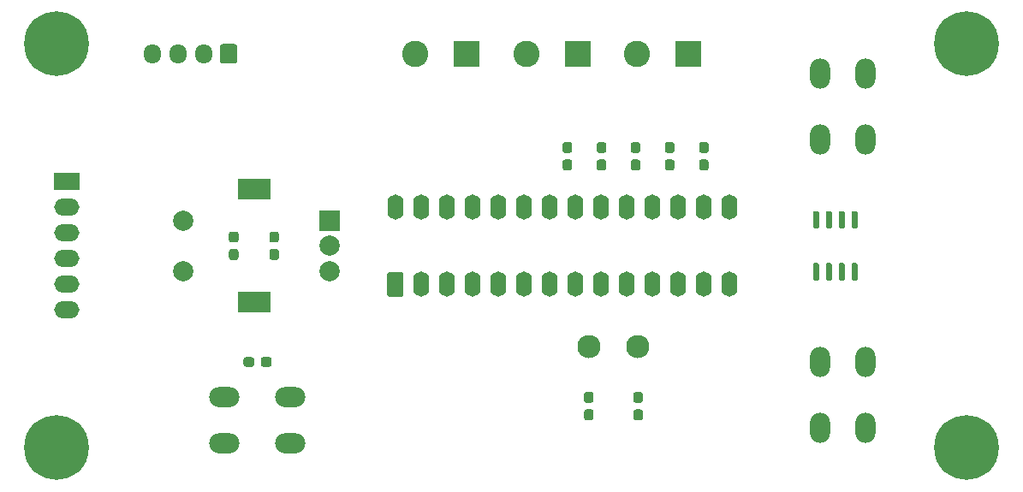
<source format=gbr>
%TF.GenerationSoftware,KiCad,Pcbnew,(5.1.10)-1*%
%TF.CreationDate,2022-01-05T23:07:18-06:00*%
%TF.ProjectId,HotPlate_TempControl,486f7450-6c61-4746-955f-54656d70436f,rev?*%
%TF.SameCoordinates,Original*%
%TF.FileFunction,Soldermask,Top*%
%TF.FilePolarity,Negative*%
%FSLAX46Y46*%
G04 Gerber Fmt 4.6, Leading zero omitted, Abs format (unit mm)*
G04 Created by KiCad (PCBNEW (5.1.10)-1) date 2022-01-05 23:07:18*
%MOMM*%
%LPD*%
G01*
G04 APERTURE LIST*
%ADD10C,2.300000*%
%ADD11O,3.000000X2.000000*%
%ADD12O,2.000000X3.000000*%
%ADD13R,2.500000X1.700000*%
%ADD14O,2.500000X1.700000*%
%ADD15O,1.600000X2.500000*%
%ADD16O,1.700000X1.950000*%
%ADD17C,0.800000*%
%ADD18C,6.400000*%
%ADD19R,2.600000X2.600000*%
%ADD20C,2.600000*%
%ADD21C,2.000000*%
%ADD22R,3.200000X2.000000*%
%ADD23R,2.000000X2.000000*%
G04 APERTURE END LIST*
D10*
%TO.C,Y1*%
X162000000Y-101000000D03*
X157100000Y-101000000D03*
%TD*%
D11*
%TO.C,SW1*%
X127612500Y-106000000D03*
X127612500Y-110500000D03*
X121112500Y-106000000D03*
X121112500Y-110500000D03*
%TD*%
D12*
%TO.C,SW4*%
X180000000Y-109000000D03*
X184500000Y-109000000D03*
X180000000Y-102500000D03*
X184500000Y-102500000D03*
%TD*%
D13*
%TO.C,J5*%
X105500000Y-84650000D03*
D14*
X105500000Y-87190000D03*
X105500000Y-89730000D03*
X105500000Y-92270000D03*
X105500000Y-94810000D03*
X105500000Y-97350000D03*
%TD*%
D12*
%TO.C,SW3*%
X184500000Y-74000000D03*
X180000000Y-74000000D03*
X184500000Y-80500000D03*
X180000000Y-80500000D03*
%TD*%
%TO.C,U1*%
G36*
G01*
X138600000Y-96060000D02*
X137400000Y-96060000D01*
G75*
G02*
X137200000Y-95860000I0J200000D01*
G01*
X137200000Y-93760000D01*
G75*
G02*
X137400000Y-93560000I200000J0D01*
G01*
X138600000Y-93560000D01*
G75*
G02*
X138800000Y-93760000I0J-200000D01*
G01*
X138800000Y-95860000D01*
G75*
G02*
X138600000Y-96060000I-200000J0D01*
G01*
G37*
D15*
X171020000Y-87190000D03*
X140540000Y-94810000D03*
X168480000Y-87190000D03*
X143080000Y-94810000D03*
X165940000Y-87190000D03*
X145620000Y-94810000D03*
X163400000Y-87190000D03*
X148160000Y-94810000D03*
X160860000Y-87190000D03*
X150700000Y-94810000D03*
X158320000Y-87190000D03*
X153240000Y-94810000D03*
X155780000Y-87190000D03*
X155780000Y-94810000D03*
X153240000Y-87190000D03*
X158320000Y-94810000D03*
X150700000Y-87190000D03*
X160860000Y-94810000D03*
X148160000Y-87190000D03*
X163400000Y-94810000D03*
X145620000Y-87190000D03*
X165940000Y-94810000D03*
X143080000Y-87190000D03*
X168480000Y-94810000D03*
X140540000Y-87190000D03*
X171020000Y-94810000D03*
X138000000Y-87190000D03*
%TD*%
D16*
%TO.C,J2*%
X114000000Y-72000000D03*
X116500000Y-72000000D03*
X119000000Y-72000000D03*
G36*
G01*
X122350000Y-71275000D02*
X122350000Y-72725000D01*
G75*
G02*
X122100000Y-72975000I-250000J0D01*
G01*
X120900000Y-72975000D01*
G75*
G02*
X120650000Y-72725000I0J250000D01*
G01*
X120650000Y-71275000D01*
G75*
G02*
X120900000Y-71025000I250000J0D01*
G01*
X122100000Y-71025000D01*
G75*
G02*
X122350000Y-71275000I0J-250000D01*
G01*
G37*
%TD*%
D17*
%TO.C,H4*%
X106197056Y-69302944D03*
X104500000Y-68600000D03*
X102802944Y-69302944D03*
X102100000Y-71000000D03*
X102802944Y-72697056D03*
X104500000Y-73400000D03*
X106197056Y-72697056D03*
X106900000Y-71000000D03*
D18*
X104500000Y-71000000D03*
%TD*%
D17*
%TO.C,H3*%
X196197056Y-69302944D03*
X194500000Y-68600000D03*
X192802944Y-69302944D03*
X192100000Y-71000000D03*
X192802944Y-72697056D03*
X194500000Y-73400000D03*
X196197056Y-72697056D03*
X196900000Y-71000000D03*
D18*
X194500000Y-71000000D03*
%TD*%
D17*
%TO.C,H2*%
X196197056Y-109302944D03*
X194500000Y-108600000D03*
X192802944Y-109302944D03*
X192100000Y-111000000D03*
X192802944Y-112697056D03*
X194500000Y-113400000D03*
X196197056Y-112697056D03*
X196900000Y-111000000D03*
D18*
X194500000Y-111000000D03*
%TD*%
D17*
%TO.C,H1*%
X106197056Y-109302944D03*
X104500000Y-108600000D03*
X102802944Y-109302944D03*
X102100000Y-111000000D03*
X102802944Y-112697056D03*
X104500000Y-113400000D03*
X106197056Y-112697056D03*
X106900000Y-111000000D03*
D18*
X104500000Y-111000000D03*
%TD*%
%TO.C,C1*%
G36*
G01*
X161762500Y-105462500D02*
X162237500Y-105462500D01*
G75*
G02*
X162475000Y-105700000I0J-237500D01*
G01*
X162475000Y-106300000D01*
G75*
G02*
X162237500Y-106537500I-237500J0D01*
G01*
X161762500Y-106537500D01*
G75*
G02*
X161525000Y-106300000I0J237500D01*
G01*
X161525000Y-105700000D01*
G75*
G02*
X161762500Y-105462500I237500J0D01*
G01*
G37*
G36*
G01*
X161762500Y-107187500D02*
X162237500Y-107187500D01*
G75*
G02*
X162475000Y-107425000I0J-237500D01*
G01*
X162475000Y-108025000D01*
G75*
G02*
X162237500Y-108262500I-237500J0D01*
G01*
X161762500Y-108262500D01*
G75*
G02*
X161525000Y-108025000I0J237500D01*
G01*
X161525000Y-107425000D01*
G75*
G02*
X161762500Y-107187500I237500J0D01*
G01*
G37*
%TD*%
%TO.C,C2*%
G36*
G01*
X156887500Y-107187500D02*
X157362500Y-107187500D01*
G75*
G02*
X157600000Y-107425000I0J-237500D01*
G01*
X157600000Y-108025000D01*
G75*
G02*
X157362500Y-108262500I-237500J0D01*
G01*
X156887500Y-108262500D01*
G75*
G02*
X156650000Y-108025000I0J237500D01*
G01*
X156650000Y-107425000D01*
G75*
G02*
X156887500Y-107187500I237500J0D01*
G01*
G37*
G36*
G01*
X156887500Y-105462500D02*
X157362500Y-105462500D01*
G75*
G02*
X157600000Y-105700000I0J-237500D01*
G01*
X157600000Y-106300000D01*
G75*
G02*
X157362500Y-106537500I-237500J0D01*
G01*
X156887500Y-106537500D01*
G75*
G02*
X156650000Y-106300000I0J237500D01*
G01*
X156650000Y-105700000D01*
G75*
G02*
X156887500Y-105462500I237500J0D01*
G01*
G37*
%TD*%
%TO.C,C3*%
G36*
G01*
X168737500Y-83537500D02*
X168262500Y-83537500D01*
G75*
G02*
X168025000Y-83300000I0J237500D01*
G01*
X168025000Y-82700000D01*
G75*
G02*
X168262500Y-82462500I237500J0D01*
G01*
X168737500Y-82462500D01*
G75*
G02*
X168975000Y-82700000I0J-237500D01*
G01*
X168975000Y-83300000D01*
G75*
G02*
X168737500Y-83537500I-237500J0D01*
G01*
G37*
G36*
G01*
X168737500Y-81812500D02*
X168262500Y-81812500D01*
G75*
G02*
X168025000Y-81575000I0J237500D01*
G01*
X168025000Y-80975000D01*
G75*
G02*
X168262500Y-80737500I237500J0D01*
G01*
X168737500Y-80737500D01*
G75*
G02*
X168975000Y-80975000I0J-237500D01*
G01*
X168975000Y-81575000D01*
G75*
G02*
X168737500Y-81812500I-237500J0D01*
G01*
G37*
%TD*%
%TO.C,C4*%
G36*
G01*
X165362500Y-81812500D02*
X164887500Y-81812500D01*
G75*
G02*
X164650000Y-81575000I0J237500D01*
G01*
X164650000Y-80975000D01*
G75*
G02*
X164887500Y-80737500I237500J0D01*
G01*
X165362500Y-80737500D01*
G75*
G02*
X165600000Y-80975000I0J-237500D01*
G01*
X165600000Y-81575000D01*
G75*
G02*
X165362500Y-81812500I-237500J0D01*
G01*
G37*
G36*
G01*
X165362500Y-83537500D02*
X164887500Y-83537500D01*
G75*
G02*
X164650000Y-83300000I0J237500D01*
G01*
X164650000Y-82700000D01*
G75*
G02*
X164887500Y-82462500I237500J0D01*
G01*
X165362500Y-82462500D01*
G75*
G02*
X165600000Y-82700000I0J-237500D01*
G01*
X165600000Y-83300000D01*
G75*
G02*
X165362500Y-83537500I-237500J0D01*
G01*
G37*
%TD*%
%TO.C,C5*%
G36*
G01*
X161987500Y-83537500D02*
X161512500Y-83537500D01*
G75*
G02*
X161275000Y-83300000I0J237500D01*
G01*
X161275000Y-82700000D01*
G75*
G02*
X161512500Y-82462500I237500J0D01*
G01*
X161987500Y-82462500D01*
G75*
G02*
X162225000Y-82700000I0J-237500D01*
G01*
X162225000Y-83300000D01*
G75*
G02*
X161987500Y-83537500I-237500J0D01*
G01*
G37*
G36*
G01*
X161987500Y-81812500D02*
X161512500Y-81812500D01*
G75*
G02*
X161275000Y-81575000I0J237500D01*
G01*
X161275000Y-80975000D01*
G75*
G02*
X161512500Y-80737500I237500J0D01*
G01*
X161987500Y-80737500D01*
G75*
G02*
X162225000Y-80975000I0J-237500D01*
G01*
X162225000Y-81575000D01*
G75*
G02*
X161987500Y-81812500I-237500J0D01*
G01*
G37*
%TD*%
%TO.C,C6*%
G36*
G01*
X158612500Y-81812500D02*
X158137500Y-81812500D01*
G75*
G02*
X157900000Y-81575000I0J237500D01*
G01*
X157900000Y-80975000D01*
G75*
G02*
X158137500Y-80737500I237500J0D01*
G01*
X158612500Y-80737500D01*
G75*
G02*
X158850000Y-80975000I0J-237500D01*
G01*
X158850000Y-81575000D01*
G75*
G02*
X158612500Y-81812500I-237500J0D01*
G01*
G37*
G36*
G01*
X158612500Y-83537500D02*
X158137500Y-83537500D01*
G75*
G02*
X157900000Y-83300000I0J237500D01*
G01*
X157900000Y-82700000D01*
G75*
G02*
X158137500Y-82462500I237500J0D01*
G01*
X158612500Y-82462500D01*
G75*
G02*
X158850000Y-82700000I0J-237500D01*
G01*
X158850000Y-83300000D01*
G75*
G02*
X158612500Y-83537500I-237500J0D01*
G01*
G37*
%TD*%
%TO.C,C7*%
G36*
G01*
X155237500Y-83537500D02*
X154762500Y-83537500D01*
G75*
G02*
X154525000Y-83300000I0J237500D01*
G01*
X154525000Y-82700000D01*
G75*
G02*
X154762500Y-82462500I237500J0D01*
G01*
X155237500Y-82462500D01*
G75*
G02*
X155475000Y-82700000I0J-237500D01*
G01*
X155475000Y-83300000D01*
G75*
G02*
X155237500Y-83537500I-237500J0D01*
G01*
G37*
G36*
G01*
X155237500Y-81812500D02*
X154762500Y-81812500D01*
G75*
G02*
X154525000Y-81575000I0J237500D01*
G01*
X154525000Y-80975000D01*
G75*
G02*
X154762500Y-80737500I237500J0D01*
G01*
X155237500Y-80737500D01*
G75*
G02*
X155475000Y-80975000I0J-237500D01*
G01*
X155475000Y-81575000D01*
G75*
G02*
X155237500Y-81812500I-237500J0D01*
G01*
G37*
%TD*%
D19*
%TO.C,J1*%
X156000000Y-72000000D03*
D20*
X150920000Y-72000000D03*
%TD*%
%TO.C,J3*%
X139920000Y-72000000D03*
D19*
X145000000Y-72000000D03*
%TD*%
%TO.C,J4*%
X167000000Y-72000000D03*
D20*
X161920000Y-72000000D03*
%TD*%
%TO.C,R1*%
G36*
G01*
X124037500Y-102262500D02*
X124037500Y-102737500D01*
G75*
G02*
X123800000Y-102975000I-237500J0D01*
G01*
X123200000Y-102975000D01*
G75*
G02*
X122962500Y-102737500I0J237500D01*
G01*
X122962500Y-102262500D01*
G75*
G02*
X123200000Y-102025000I237500J0D01*
G01*
X123800000Y-102025000D01*
G75*
G02*
X124037500Y-102262500I0J-237500D01*
G01*
G37*
G36*
G01*
X125762500Y-102262500D02*
X125762500Y-102737500D01*
G75*
G02*
X125525000Y-102975000I-237500J0D01*
G01*
X124925000Y-102975000D01*
G75*
G02*
X124687500Y-102737500I0J237500D01*
G01*
X124687500Y-102262500D01*
G75*
G02*
X124925000Y-102025000I237500J0D01*
G01*
X125525000Y-102025000D01*
G75*
G02*
X125762500Y-102262500I0J-237500D01*
G01*
G37*
%TD*%
%TO.C,R2*%
G36*
G01*
X121762500Y-91325000D02*
X122237500Y-91325000D01*
G75*
G02*
X122475000Y-91562500I0J-237500D01*
G01*
X122475000Y-92162500D01*
G75*
G02*
X122237500Y-92400000I-237500J0D01*
G01*
X121762500Y-92400000D01*
G75*
G02*
X121525000Y-92162500I0J237500D01*
G01*
X121525000Y-91562500D01*
G75*
G02*
X121762500Y-91325000I237500J0D01*
G01*
G37*
G36*
G01*
X121762500Y-89600000D02*
X122237500Y-89600000D01*
G75*
G02*
X122475000Y-89837500I0J-237500D01*
G01*
X122475000Y-90437500D01*
G75*
G02*
X122237500Y-90675000I-237500J0D01*
G01*
X121762500Y-90675000D01*
G75*
G02*
X121525000Y-90437500I0J237500D01*
G01*
X121525000Y-89837500D01*
G75*
G02*
X121762500Y-89600000I237500J0D01*
G01*
G37*
%TD*%
%TO.C,R3*%
G36*
G01*
X126237500Y-92400000D02*
X125762500Y-92400000D01*
G75*
G02*
X125525000Y-92162500I0J237500D01*
G01*
X125525000Y-91562500D01*
G75*
G02*
X125762500Y-91325000I237500J0D01*
G01*
X126237500Y-91325000D01*
G75*
G02*
X126475000Y-91562500I0J-237500D01*
G01*
X126475000Y-92162500D01*
G75*
G02*
X126237500Y-92400000I-237500J0D01*
G01*
G37*
G36*
G01*
X126237500Y-90675000D02*
X125762500Y-90675000D01*
G75*
G02*
X125525000Y-90437500I0J237500D01*
G01*
X125525000Y-89837500D01*
G75*
G02*
X125762500Y-89600000I237500J0D01*
G01*
X126237500Y-89600000D01*
G75*
G02*
X126475000Y-89837500I0J-237500D01*
G01*
X126475000Y-90437500D01*
G75*
G02*
X126237500Y-90675000I-237500J0D01*
G01*
G37*
%TD*%
D21*
%TO.C,SW2*%
X117000000Y-93500000D03*
X117000000Y-88500000D03*
D22*
X124000000Y-96600000D03*
X124000000Y-85400000D03*
D21*
X131500000Y-93500000D03*
X131500000Y-91000000D03*
D23*
X131500000Y-88500000D03*
%TD*%
%TO.C,U2*%
G36*
G01*
X183255000Y-92700000D02*
X183555000Y-92700000D01*
G75*
G02*
X183705000Y-92850000I0J-150000D01*
G01*
X183705000Y-94300000D01*
G75*
G02*
X183555000Y-94450000I-150000J0D01*
G01*
X183255000Y-94450000D01*
G75*
G02*
X183105000Y-94300000I0J150000D01*
G01*
X183105000Y-92850000D01*
G75*
G02*
X183255000Y-92700000I150000J0D01*
G01*
G37*
G36*
G01*
X181985000Y-92700000D02*
X182285000Y-92700000D01*
G75*
G02*
X182435000Y-92850000I0J-150000D01*
G01*
X182435000Y-94300000D01*
G75*
G02*
X182285000Y-94450000I-150000J0D01*
G01*
X181985000Y-94450000D01*
G75*
G02*
X181835000Y-94300000I0J150000D01*
G01*
X181835000Y-92850000D01*
G75*
G02*
X181985000Y-92700000I150000J0D01*
G01*
G37*
G36*
G01*
X180715000Y-92700000D02*
X181015000Y-92700000D01*
G75*
G02*
X181165000Y-92850000I0J-150000D01*
G01*
X181165000Y-94300000D01*
G75*
G02*
X181015000Y-94450000I-150000J0D01*
G01*
X180715000Y-94450000D01*
G75*
G02*
X180565000Y-94300000I0J150000D01*
G01*
X180565000Y-92850000D01*
G75*
G02*
X180715000Y-92700000I150000J0D01*
G01*
G37*
G36*
G01*
X179445000Y-92700000D02*
X179745000Y-92700000D01*
G75*
G02*
X179895000Y-92850000I0J-150000D01*
G01*
X179895000Y-94300000D01*
G75*
G02*
X179745000Y-94450000I-150000J0D01*
G01*
X179445000Y-94450000D01*
G75*
G02*
X179295000Y-94300000I0J150000D01*
G01*
X179295000Y-92850000D01*
G75*
G02*
X179445000Y-92700000I150000J0D01*
G01*
G37*
G36*
G01*
X179445000Y-87550000D02*
X179745000Y-87550000D01*
G75*
G02*
X179895000Y-87700000I0J-150000D01*
G01*
X179895000Y-89150000D01*
G75*
G02*
X179745000Y-89300000I-150000J0D01*
G01*
X179445000Y-89300000D01*
G75*
G02*
X179295000Y-89150000I0J150000D01*
G01*
X179295000Y-87700000D01*
G75*
G02*
X179445000Y-87550000I150000J0D01*
G01*
G37*
G36*
G01*
X180715000Y-87550000D02*
X181015000Y-87550000D01*
G75*
G02*
X181165000Y-87700000I0J-150000D01*
G01*
X181165000Y-89150000D01*
G75*
G02*
X181015000Y-89300000I-150000J0D01*
G01*
X180715000Y-89300000D01*
G75*
G02*
X180565000Y-89150000I0J150000D01*
G01*
X180565000Y-87700000D01*
G75*
G02*
X180715000Y-87550000I150000J0D01*
G01*
G37*
G36*
G01*
X181985000Y-87550000D02*
X182285000Y-87550000D01*
G75*
G02*
X182435000Y-87700000I0J-150000D01*
G01*
X182435000Y-89150000D01*
G75*
G02*
X182285000Y-89300000I-150000J0D01*
G01*
X181985000Y-89300000D01*
G75*
G02*
X181835000Y-89150000I0J150000D01*
G01*
X181835000Y-87700000D01*
G75*
G02*
X181985000Y-87550000I150000J0D01*
G01*
G37*
G36*
G01*
X183255000Y-87550000D02*
X183555000Y-87550000D01*
G75*
G02*
X183705000Y-87700000I0J-150000D01*
G01*
X183705000Y-89150000D01*
G75*
G02*
X183555000Y-89300000I-150000J0D01*
G01*
X183255000Y-89300000D01*
G75*
G02*
X183105000Y-89150000I0J150000D01*
G01*
X183105000Y-87700000D01*
G75*
G02*
X183255000Y-87550000I150000J0D01*
G01*
G37*
%TD*%
M02*

</source>
